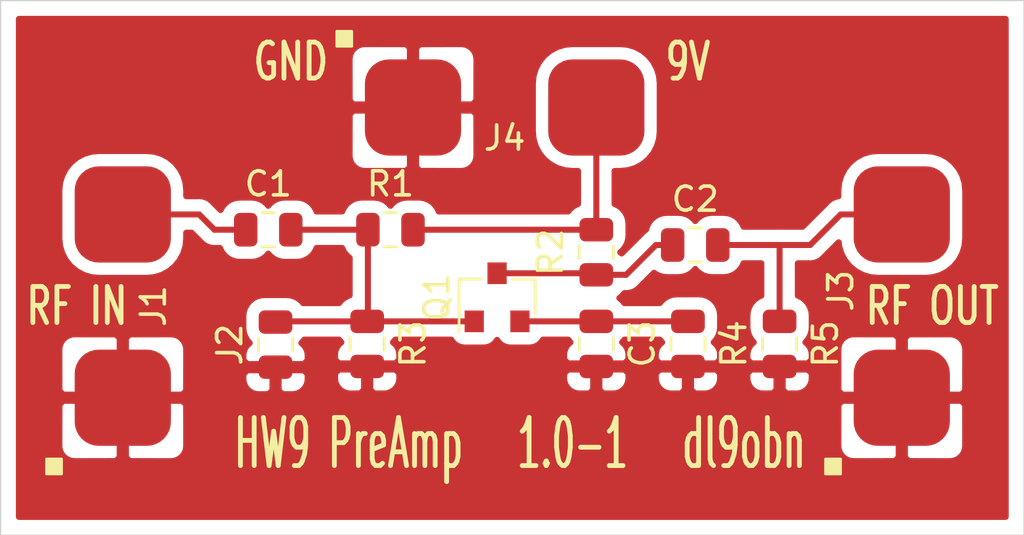
<source format=kicad_pcb>
(kicad_pcb (version 20171130) (host pcbnew 5.1.5+dfsg1-2build2)

  (general
    (thickness 1.6)
    (drawings 9)
    (tracks 24)
    (zones 0)
    (modules 13)
    (nets 8)
  )

  (page A4)
  (layers
    (0 F.Cu signal)
    (31 B.Cu signal)
    (32 B.Adhes user)
    (33 F.Adhes user)
    (34 B.Paste user)
    (35 F.Paste user)
    (36 B.SilkS user)
    (37 F.SilkS user)
    (38 B.Mask user)
    (39 F.Mask user)
    (40 Dwgs.User user)
    (41 Cmts.User user)
    (42 Eco1.User user)
    (43 Eco2.User user)
    (44 Edge.Cuts user)
    (45 Margin user)
    (46 B.CrtYd user)
    (47 F.CrtYd user)
    (48 B.Fab user)
    (49 F.Fab user)
  )

  (setup
    (last_trace_width 0.25)
    (trace_clearance 0.2)
    (zone_clearance 0.508)
    (zone_45_only no)
    (trace_min 0.2)
    (via_size 0.8)
    (via_drill 0.4)
    (via_min_size 0.4)
    (via_min_drill 0.3)
    (uvia_size 0.3)
    (uvia_drill 0.1)
    (uvias_allowed no)
    (uvia_min_size 0.2)
    (uvia_min_drill 0.1)
    (edge_width 0.05)
    (segment_width 0.2)
    (pcb_text_width 0.3)
    (pcb_text_size 1.5 1.5)
    (mod_edge_width 0.12)
    (mod_text_size 1 1)
    (mod_text_width 0.15)
    (pad_size 1.524 1.524)
    (pad_drill 0.762)
    (pad_to_mask_clearance 0.051)
    (solder_mask_min_width 0.25)
    (aux_axis_origin 0 0)
    (visible_elements FFFFFF7F)
    (pcbplotparams
      (layerselection 0x010fc_ffffffff)
      (usegerberextensions false)
      (usegerberattributes false)
      (usegerberadvancedattributes false)
      (creategerberjobfile false)
      (excludeedgelayer true)
      (linewidth 0.100000)
      (plotframeref false)
      (viasonmask false)
      (mode 1)
      (useauxorigin false)
      (hpglpennumber 1)
      (hpglpenspeed 20)
      (hpglpendiameter 15.000000)
      (psnegative false)
      (psa4output false)
      (plotreference true)
      (plotvalue true)
      (plotinvisibletext false)
      (padsonsilk false)
      (subtractmaskfromsilk false)
      (outputformat 1)
      (mirror false)
      (drillshape 1)
      (scaleselection 1)
      (outputdirectory ""))
  )

  (net 0 "")
  (net 1 "Net-(C1-Pad1)")
  (net 2 "Net-(C1-Pad2)")
  (net 3 "Net-(C2-Pad2)")
  (net 4 "Net-(C2-Pad1)")
  (net 5 "Net-(C3-Pad1)")
  (net 6 GND)
  (net 7 +9V)

  (net_class Default "Dies ist die voreingestellte Netzklasse."
    (clearance 0.2)
    (trace_width 0.25)
    (via_dia 0.8)
    (via_drill 0.4)
    (uvia_dia 0.3)
    (uvia_drill 0.1)
    (add_net +9V)
    (add_net GND)
    (add_net "Net-(C1-Pad1)")
    (add_net "Net-(C1-Pad2)")
    (add_net "Net-(C2-Pad1)")
    (add_net "Net-(C2-Pad2)")
    (add_net "Net-(C3-Pad1)")
  )

  (module Resistor_SMD:R_0805_2012Metric (layer F.Cu) (tedit 5B36C52B) (tstamp 6032D36D)
    (at 149.225 79.7075 90)
    (descr "Resistor SMD 0805 (2012 Metric), square (rectangular) end terminal, IPC_7351 nominal, (Body size source: https://docs.google.com/spreadsheets/d/1BsfQQcO9C6DZCsRaXUlFlo91Tg2WpOkGARC1WS5S8t0/edit?usp=sharing), generated with kicad-footprint-generator")
    (tags resistor)
    (path /6032D944)
    (attr smd)
    (fp_text reference J2 (at 0 -1.905 90) (layer F.SilkS)
      (effects (font (size 1 1) (thickness 0.15)))
    )
    (fp_text value "OPT TRIM" (at 0 1.65 90) (layer F.Fab)
      (effects (font (size 1 1) (thickness 0.15)))
    )
    (fp_text user %R (at 0 0 90) (layer F.Fab)
      (effects (font (size 0.5 0.5) (thickness 0.08)))
    )
    (fp_line (start 1.68 0.95) (end -1.68 0.95) (layer F.CrtYd) (width 0.05))
    (fp_line (start 1.68 -0.95) (end 1.68 0.95) (layer F.CrtYd) (width 0.05))
    (fp_line (start -1.68 -0.95) (end 1.68 -0.95) (layer F.CrtYd) (width 0.05))
    (fp_line (start -1.68 0.95) (end -1.68 -0.95) (layer F.CrtYd) (width 0.05))
    (fp_line (start -0.258578 0.71) (end 0.258578 0.71) (layer F.SilkS) (width 0.12))
    (fp_line (start -0.258578 -0.71) (end 0.258578 -0.71) (layer F.SilkS) (width 0.12))
    (fp_line (start 1 0.6) (end -1 0.6) (layer F.Fab) (width 0.1))
    (fp_line (start 1 -0.6) (end 1 0.6) (layer F.Fab) (width 0.1))
    (fp_line (start -1 -0.6) (end 1 -0.6) (layer F.Fab) (width 0.1))
    (fp_line (start -1 0.6) (end -1 -0.6) (layer F.Fab) (width 0.1))
    (pad 2 smd roundrect (at 0.9375 0 90) (size 0.975 1.4) (layers F.Cu F.Paste F.Mask) (roundrect_rratio 0.25)
      (net 1 "Net-(C1-Pad1)"))
    (pad 1 smd roundrect (at -0.9375 0 90) (size 0.975 1.4) (layers F.Cu F.Paste F.Mask) (roundrect_rratio 0.25)
      (net 6 GND))
    (model ${KISYS3DMOD}/Resistor_SMD.3dshapes/R_0805_2012Metric.wrl
      (at (xyz 0 0 0))
      (scale (xyz 1 1 1))
      (rotate (xyz 0 0 0))
    )
  )

  (module hw9_preamp:Wire_Connector_SMD_01x02 (layer F.Cu) (tedit 60329D3A) (tstamp 6032D383)
    (at 158.75 69.85)
    (descr "SMD Wire Connector 01x02")
    (tags "wire connector smd")
    (path /603293B2)
    (attr smd)
    (fp_text reference J4 (at 0 1.27) (layer F.SilkS)
      (effects (font (size 1 1) (thickness 0.15)))
    )
    (fp_text value POWER (at 0 3.175) (layer F.Fab)
      (effects (font (size 1 1) (thickness 0.15)))
    )
    (fp_line (start -5.715 1.905) (end -5.715 -1.905) (layer F.Fab) (width 0.12))
    (fp_line (start 5.715 1.905) (end -5.715 1.905) (layer F.Fab) (width 0.12))
    (fp_line (start 5.715 -1.905) (end 5.715 1.905) (layer F.Fab) (width 0.12))
    (fp_line (start -5.715 -1.905) (end 5.715 -1.905) (layer F.Fab) (width 0.12))
    (fp_line (start -6.35 2.54) (end -6.35 -2.54) (layer F.CrtYd) (width 0.12))
    (fp_line (start 6.35 2.54) (end -6.35 2.54) (layer F.CrtYd) (width 0.12))
    (fp_line (start 6.35 -2.54) (end 6.35 2.54) (layer F.CrtYd) (width 0.12))
    (fp_line (start -6.35 -2.54) (end 6.35 -2.54) (layer F.CrtYd) (width 0.12))
    (fp_poly (pts (xy -6.35 -2.54) (xy -6.985 -2.54) (xy -6.985 -3.175) (xy -6.35 -3.175)) (layer F.SilkS) (width 0.1))
    (fp_text user %R (at 0 0) (layer F.Fab)
      (effects (font (size 0.5 0.5) (thickness 0.08)))
    )
    (pad 1 smd roundrect (at -3.81 0) (size 4 4) (layers F.Cu F.Paste F.Mask) (roundrect_rratio 0.25)
      (net 6 GND))
    (pad 2 smd roundrect (at 3.81 0) (size 4 4) (layers F.Cu F.Paste F.Mask) (roundrect_rratio 0.25)
      (net 7 +9V))
    (model ${KISYS3DMOD}/Resistor_SMD.3dshapes/R_0805_2012Metric.wrl
      (at (xyz 0 0 0))
      (scale (xyz 1 1 1))
      (rotate (xyz 0 0 0))
    )
  )

  (module hw9_preamp:Wire_Connector_SMD_01x02 (layer F.Cu) (tedit 60329D3A) (tstamp 6032D378)
    (at 175.26 78.105 90)
    (descr "SMD Wire Connector 01x02")
    (tags "wire connector smd")
    (path /60328669)
    (attr smd)
    (fp_text reference J3 (at 0.635 -2.54 90) (layer F.SilkS)
      (effects (font (size 1 1) (thickness 0.15)))
    )
    (fp_text value "RF OUT" (at 0 3.175 90) (layer F.Fab)
      (effects (font (size 1 1) (thickness 0.15)))
    )
    (fp_line (start -5.715 1.905) (end -5.715 -1.905) (layer F.Fab) (width 0.12))
    (fp_line (start 5.715 1.905) (end -5.715 1.905) (layer F.Fab) (width 0.12))
    (fp_line (start 5.715 -1.905) (end 5.715 1.905) (layer F.Fab) (width 0.12))
    (fp_line (start -5.715 -1.905) (end 5.715 -1.905) (layer F.Fab) (width 0.12))
    (fp_line (start -6.35 2.54) (end -6.35 -2.54) (layer F.CrtYd) (width 0.12))
    (fp_line (start 6.35 2.54) (end -6.35 2.54) (layer F.CrtYd) (width 0.12))
    (fp_line (start 6.35 -2.54) (end 6.35 2.54) (layer F.CrtYd) (width 0.12))
    (fp_line (start -6.35 -2.54) (end 6.35 -2.54) (layer F.CrtYd) (width 0.12))
    (fp_poly (pts (xy -6.35 -2.54) (xy -6.985 -2.54) (xy -6.985 -3.175) (xy -6.35 -3.175)) (layer F.SilkS) (width 0.1))
    (fp_text user %R (at 0 0 90) (layer F.Fab)
      (effects (font (size 0.5 0.5) (thickness 0.08)))
    )
    (pad 1 smd roundrect (at -3.81 0 90) (size 4 4) (layers F.Cu F.Paste F.Mask) (roundrect_rratio 0.25)
      (net 6 GND))
    (pad 2 smd roundrect (at 3.81 0 90) (size 4 4) (layers F.Cu F.Paste F.Mask) (roundrect_rratio 0.25)
      (net 4 "Net-(C2-Pad1)"))
    (model ${KISYS3DMOD}/Resistor_SMD.3dshapes/R_0805_2012Metric.wrl
      (at (xyz 0 0 0))
      (scale (xyz 1 1 1))
      (rotate (xyz 0 0 0))
    )
  )

  (module hw9_preamp:Wire_Connector_SMD_01x02 (layer F.Cu) (tedit 60329D3A) (tstamp 6032D362)
    (at 142.875 78.105 90)
    (descr "SMD Wire Connector 01x02")
    (tags "wire connector smd")
    (path /60328E7B)
    (attr smd)
    (fp_text reference J1 (at 0 1.27 90) (layer F.SilkS)
      (effects (font (size 1 1) (thickness 0.15)))
    )
    (fp_text value "RF IN" (at 0 3.175 90) (layer F.Fab)
      (effects (font (size 1 1) (thickness 0.15)))
    )
    (fp_line (start -5.715 1.905) (end -5.715 -1.905) (layer F.Fab) (width 0.12))
    (fp_line (start 5.715 1.905) (end -5.715 1.905) (layer F.Fab) (width 0.12))
    (fp_line (start 5.715 -1.905) (end 5.715 1.905) (layer F.Fab) (width 0.12))
    (fp_line (start -5.715 -1.905) (end 5.715 -1.905) (layer F.Fab) (width 0.12))
    (fp_line (start -6.35 2.54) (end -6.35 -2.54) (layer F.CrtYd) (width 0.12))
    (fp_line (start 6.35 2.54) (end -6.35 2.54) (layer F.CrtYd) (width 0.12))
    (fp_line (start 6.35 -2.54) (end 6.35 2.54) (layer F.CrtYd) (width 0.12))
    (fp_line (start -6.35 -2.54) (end 6.35 -2.54) (layer F.CrtYd) (width 0.12))
    (fp_poly (pts (xy -6.35 -2.54) (xy -6.985 -2.54) (xy -6.985 -3.175) (xy -6.35 -3.175)) (layer F.SilkS) (width 0.1))
    (fp_text user %R (at 0 0 90) (layer F.Fab)
      (effects (font (size 0.5 0.5) (thickness 0.08)))
    )
    (pad 1 smd roundrect (at -3.81 0 90) (size 4 4) (layers F.Cu F.Paste F.Mask) (roundrect_rratio 0.25)
      (net 6 GND))
    (pad 2 smd roundrect (at 3.81 0 90) (size 4 4) (layers F.Cu F.Paste F.Mask) (roundrect_rratio 0.25)
      (net 2 "Net-(C1-Pad2)"))
    (model ${KISYS3DMOD}/Resistor_SMD.3dshapes/R_0805_2012Metric.wrl
      (at (xyz 0 0 0))
      (scale (xyz 1 1 1))
      (rotate (xyz 0 0 0))
    )
  )

  (module Capacitor_SMD:C_0805_2012Metric (layer F.Cu) (tedit 5B36C52B) (tstamp 6032E9FB)
    (at 148.9225 74.93 180)
    (descr "Capacitor SMD 0805 (2012 Metric), square (rectangular) end terminal, IPC_7351 nominal, (Body size source: https://docs.google.com/spreadsheets/d/1BsfQQcO9C6DZCsRaXUlFlo91Tg2WpOkGARC1WS5S8t0/edit?usp=sharing), generated with kicad-footprint-generator")
    (tags capacitor)
    (path /6031AF89)
    (attr smd)
    (fp_text reference C1 (at 0 1.905) (layer F.SilkS)
      (effects (font (size 1 1) (thickness 0.15)))
    )
    (fp_text value 10nF (at 0 1.65) (layer F.Fab)
      (effects (font (size 1 1) (thickness 0.15)))
    )
    (fp_line (start -1 0.6) (end -1 -0.6) (layer F.Fab) (width 0.1))
    (fp_line (start -1 -0.6) (end 1 -0.6) (layer F.Fab) (width 0.1))
    (fp_line (start 1 -0.6) (end 1 0.6) (layer F.Fab) (width 0.1))
    (fp_line (start 1 0.6) (end -1 0.6) (layer F.Fab) (width 0.1))
    (fp_line (start -0.258578 -0.71) (end 0.258578 -0.71) (layer F.SilkS) (width 0.12))
    (fp_line (start -0.258578 0.71) (end 0.258578 0.71) (layer F.SilkS) (width 0.12))
    (fp_line (start -1.68 0.95) (end -1.68 -0.95) (layer F.CrtYd) (width 0.05))
    (fp_line (start -1.68 -0.95) (end 1.68 -0.95) (layer F.CrtYd) (width 0.05))
    (fp_line (start 1.68 -0.95) (end 1.68 0.95) (layer F.CrtYd) (width 0.05))
    (fp_line (start 1.68 0.95) (end -1.68 0.95) (layer F.CrtYd) (width 0.05))
    (fp_text user %R (at 0 0) (layer F.Fab)
      (effects (font (size 0.5 0.5) (thickness 0.08)))
    )
    (pad 1 smd roundrect (at -0.9375 0 180) (size 0.975 1.4) (layers F.Cu F.Paste F.Mask) (roundrect_rratio 0.25)
      (net 1 "Net-(C1-Pad1)"))
    (pad 2 smd roundrect (at 0.9375 0 180) (size 0.975 1.4) (layers F.Cu F.Paste F.Mask) (roundrect_rratio 0.25)
      (net 2 "Net-(C1-Pad2)"))
    (model ${KISYS3DMOD}/Capacitor_SMD.3dshapes/C_0805_2012Metric.wrl
      (at (xyz 0 0 0))
      (scale (xyz 1 1 1))
      (rotate (xyz 0 0 0))
    )
  )

  (module Capacitor_SMD:C_0805_2012Metric (layer F.Cu) (tedit 5B36C52B) (tstamp 6032E7E5)
    (at 166.6725 75.565 180)
    (descr "Capacitor SMD 0805 (2012 Metric), square (rectangular) end terminal, IPC_7351 nominal, (Body size source: https://docs.google.com/spreadsheets/d/1BsfQQcO9C6DZCsRaXUlFlo91Tg2WpOkGARC1WS5S8t0/edit?usp=sharing), generated with kicad-footprint-generator")
    (tags capacitor)
    (path /6031AA9C)
    (attr smd)
    (fp_text reference C2 (at 0 1.905) (layer F.SilkS)
      (effects (font (size 1 1) (thickness 0.15)))
    )
    (fp_text value 10nF (at 0 1.65) (layer F.Fab)
      (effects (font (size 1 1) (thickness 0.15)))
    )
    (fp_text user %R (at 0 0) (layer F.Fab)
      (effects (font (size 0.5 0.5) (thickness 0.08)))
    )
    (fp_line (start 1.68 0.95) (end -1.68 0.95) (layer F.CrtYd) (width 0.05))
    (fp_line (start 1.68 -0.95) (end 1.68 0.95) (layer F.CrtYd) (width 0.05))
    (fp_line (start -1.68 -0.95) (end 1.68 -0.95) (layer F.CrtYd) (width 0.05))
    (fp_line (start -1.68 0.95) (end -1.68 -0.95) (layer F.CrtYd) (width 0.05))
    (fp_line (start -0.258578 0.71) (end 0.258578 0.71) (layer F.SilkS) (width 0.12))
    (fp_line (start -0.258578 -0.71) (end 0.258578 -0.71) (layer F.SilkS) (width 0.12))
    (fp_line (start 1 0.6) (end -1 0.6) (layer F.Fab) (width 0.1))
    (fp_line (start 1 -0.6) (end 1 0.6) (layer F.Fab) (width 0.1))
    (fp_line (start -1 -0.6) (end 1 -0.6) (layer F.Fab) (width 0.1))
    (fp_line (start -1 0.6) (end -1 -0.6) (layer F.Fab) (width 0.1))
    (pad 2 smd roundrect (at 0.9375 0 180) (size 0.975 1.4) (layers F.Cu F.Paste F.Mask) (roundrect_rratio 0.25)
      (net 3 "Net-(C2-Pad2)"))
    (pad 1 smd roundrect (at -0.9375 0 180) (size 0.975 1.4) (layers F.Cu F.Paste F.Mask) (roundrect_rratio 0.25)
      (net 4 "Net-(C2-Pad1)"))
    (model ${KISYS3DMOD}/Capacitor_SMD.3dshapes/C_0805_2012Metric.wrl
      (at (xyz 0 0 0))
      (scale (xyz 1 1 1))
      (rotate (xyz 0 0 0))
    )
  )

  (module Capacitor_SMD:C_0805_2012Metric (layer F.Cu) (tedit 5B36C52B) (tstamp 6032D357)
    (at 162.56 79.6775 270)
    (descr "Capacitor SMD 0805 (2012 Metric), square (rectangular) end terminal, IPC_7351 nominal, (Body size source: https://docs.google.com/spreadsheets/d/1BsfQQcO9C6DZCsRaXUlFlo91Tg2WpOkGARC1WS5S8t0/edit?usp=sharing), generated with kicad-footprint-generator")
    (tags capacitor)
    (path /6031A75E)
    (attr smd)
    (fp_text reference C3 (at 0 -1.905 90) (layer F.SilkS)
      (effects (font (size 1 1) (thickness 0.15)))
    )
    (fp_text value 10nF (at 0 1.65 90) (layer F.Fab)
      (effects (font (size 1 1) (thickness 0.15)))
    )
    (fp_line (start -1 0.6) (end -1 -0.6) (layer F.Fab) (width 0.1))
    (fp_line (start -1 -0.6) (end 1 -0.6) (layer F.Fab) (width 0.1))
    (fp_line (start 1 -0.6) (end 1 0.6) (layer F.Fab) (width 0.1))
    (fp_line (start 1 0.6) (end -1 0.6) (layer F.Fab) (width 0.1))
    (fp_line (start -0.258578 -0.71) (end 0.258578 -0.71) (layer F.SilkS) (width 0.12))
    (fp_line (start -0.258578 0.71) (end 0.258578 0.71) (layer F.SilkS) (width 0.12))
    (fp_line (start -1.68 0.95) (end -1.68 -0.95) (layer F.CrtYd) (width 0.05))
    (fp_line (start -1.68 -0.95) (end 1.68 -0.95) (layer F.CrtYd) (width 0.05))
    (fp_line (start 1.68 -0.95) (end 1.68 0.95) (layer F.CrtYd) (width 0.05))
    (fp_line (start 1.68 0.95) (end -1.68 0.95) (layer F.CrtYd) (width 0.05))
    (fp_text user %R (at 0 0 90) (layer F.Fab)
      (effects (font (size 0.5 0.5) (thickness 0.08)))
    )
    (pad 1 smd roundrect (at -0.9375 0 270) (size 0.975 1.4) (layers F.Cu F.Paste F.Mask) (roundrect_rratio 0.25)
      (net 5 "Net-(C3-Pad1)"))
    (pad 2 smd roundrect (at 0.9375 0 270) (size 0.975 1.4) (layers F.Cu F.Paste F.Mask) (roundrect_rratio 0.25)
      (net 6 GND))
    (model ${KISYS3DMOD}/Capacitor_SMD.3dshapes/C_0805_2012Metric.wrl
      (at (xyz 0 0 0))
      (scale (xyz 1 1 1))
      (rotate (xyz 0 0 0))
    )
  )

  (module Package_TO_SOT_SMD:SOT-23 (layer F.Cu) (tedit 5A02FF57) (tstamp 6032E948)
    (at 158.435 77.74 90)
    (descr "SOT-23, Standard")
    (tags SOT-23)
    (path /60318E1A)
    (attr smd)
    (fp_text reference Q1 (at 0 -2.5 90) (layer F.SilkS)
      (effects (font (size 1 1) (thickness 0.15)))
    )
    (fp_text value BFR93A (at 0 2.5 90) (layer F.Fab)
      (effects (font (size 1 1) (thickness 0.15)))
    )
    (fp_text user %R (at 0 0) (layer F.Fab)
      (effects (font (size 0.5 0.5) (thickness 0.075)))
    )
    (fp_line (start -0.7 -0.95) (end -0.7 1.5) (layer F.Fab) (width 0.1))
    (fp_line (start -0.15 -1.52) (end 0.7 -1.52) (layer F.Fab) (width 0.1))
    (fp_line (start -0.7 -0.95) (end -0.15 -1.52) (layer F.Fab) (width 0.1))
    (fp_line (start 0.7 -1.52) (end 0.7 1.52) (layer F.Fab) (width 0.1))
    (fp_line (start -0.7 1.52) (end 0.7 1.52) (layer F.Fab) (width 0.1))
    (fp_line (start 0.76 1.58) (end 0.76 0.65) (layer F.SilkS) (width 0.12))
    (fp_line (start 0.76 -1.58) (end 0.76 -0.65) (layer F.SilkS) (width 0.12))
    (fp_line (start -1.7 -1.75) (end 1.7 -1.75) (layer F.CrtYd) (width 0.05))
    (fp_line (start 1.7 -1.75) (end 1.7 1.75) (layer F.CrtYd) (width 0.05))
    (fp_line (start 1.7 1.75) (end -1.7 1.75) (layer F.CrtYd) (width 0.05))
    (fp_line (start -1.7 1.75) (end -1.7 -1.75) (layer F.CrtYd) (width 0.05))
    (fp_line (start 0.76 -1.58) (end -1.4 -1.58) (layer F.SilkS) (width 0.12))
    (fp_line (start 0.76 1.58) (end -0.7 1.58) (layer F.SilkS) (width 0.12))
    (pad 1 smd rect (at -1 -0.95 90) (size 0.9 0.8) (layers F.Cu F.Paste F.Mask)
      (net 1 "Net-(C1-Pad1)"))
    (pad 2 smd rect (at -1 0.95 90) (size 0.9 0.8) (layers F.Cu F.Paste F.Mask)
      (net 5 "Net-(C3-Pad1)"))
    (pad 3 smd rect (at 1 0 90) (size 0.9 0.8) (layers F.Cu F.Paste F.Mask)
      (net 3 "Net-(C2-Pad2)"))
    (model ${KISYS3DMOD}/Package_TO_SOT_SMD.3dshapes/SOT-23.wrl
      (at (xyz 0 0 0))
      (scale (xyz 1 1 1))
      (rotate (xyz 0 0 0))
    )
  )

  (module Resistor_SMD:R_0805_2012Metric (layer F.Cu) (tedit 5B36C52B) (tstamp 6032F1AD)
    (at 154.0025 74.93 180)
    (descr "Resistor SMD 0805 (2012 Metric), square (rectangular) end terminal, IPC_7351 nominal, (Body size source: https://docs.google.com/spreadsheets/d/1BsfQQcO9C6DZCsRaXUlFlo91Tg2WpOkGARC1WS5S8t0/edit?usp=sharing), generated with kicad-footprint-generator")
    (tags resistor)
    (path /60319C57)
    (attr smd)
    (fp_text reference R1 (at 0 1.905) (layer F.SilkS)
      (effects (font (size 1 1) (thickness 0.15)))
    )
    (fp_text value 100k (at 0 1.65) (layer F.Fab)
      (effects (font (size 1 1) (thickness 0.15)))
    )
    (fp_line (start -1 0.6) (end -1 -0.6) (layer F.Fab) (width 0.1))
    (fp_line (start -1 -0.6) (end 1 -0.6) (layer F.Fab) (width 0.1))
    (fp_line (start 1 -0.6) (end 1 0.6) (layer F.Fab) (width 0.1))
    (fp_line (start 1 0.6) (end -1 0.6) (layer F.Fab) (width 0.1))
    (fp_line (start -0.258578 -0.71) (end 0.258578 -0.71) (layer F.SilkS) (width 0.12))
    (fp_line (start -0.258578 0.71) (end 0.258578 0.71) (layer F.SilkS) (width 0.12))
    (fp_line (start -1.68 0.95) (end -1.68 -0.95) (layer F.CrtYd) (width 0.05))
    (fp_line (start -1.68 -0.95) (end 1.68 -0.95) (layer F.CrtYd) (width 0.05))
    (fp_line (start 1.68 -0.95) (end 1.68 0.95) (layer F.CrtYd) (width 0.05))
    (fp_line (start 1.68 0.95) (end -1.68 0.95) (layer F.CrtYd) (width 0.05))
    (fp_text user %R (at 0 0) (layer F.Fab)
      (effects (font (size 0.5 0.5) (thickness 0.08)))
    )
    (pad 1 smd roundrect (at -0.9375 0 180) (size 0.975 1.4) (layers F.Cu F.Paste F.Mask) (roundrect_rratio 0.25)
      (net 7 +9V))
    (pad 2 smd roundrect (at 0.9375 0 180) (size 0.975 1.4) (layers F.Cu F.Paste F.Mask) (roundrect_rratio 0.25)
      (net 1 "Net-(C1-Pad1)"))
    (model ${KISYS3DMOD}/Resistor_SMD.3dshapes/R_0805_2012Metric.wrl
      (at (xyz 0 0 0))
      (scale (xyz 1 1 1))
      (rotate (xyz 0 0 0))
    )
  )

  (module Resistor_SMD:R_0805_2012Metric (layer F.Cu) (tedit 5B36C52B) (tstamp 6032F2FE)
    (at 162.56 75.8675 270)
    (descr "Resistor SMD 0805 (2012 Metric), square (rectangular) end terminal, IPC_7351 nominal, (Body size source: https://docs.google.com/spreadsheets/d/1BsfQQcO9C6DZCsRaXUlFlo91Tg2WpOkGARC1WS5S8t0/edit?usp=sharing), generated with kicad-footprint-generator")
    (tags resistor)
    (path /60319464)
    (attr smd)
    (fp_text reference R2 (at 0 1.905 90) (layer F.SilkS)
      (effects (font (size 1 1) (thickness 0.15)))
    )
    (fp_text value 4.7k (at 0 1.65 90) (layer F.Fab)
      (effects (font (size 1 1) (thickness 0.15)))
    )
    (fp_line (start -1 0.6) (end -1 -0.6) (layer F.Fab) (width 0.1))
    (fp_line (start -1 -0.6) (end 1 -0.6) (layer F.Fab) (width 0.1))
    (fp_line (start 1 -0.6) (end 1 0.6) (layer F.Fab) (width 0.1))
    (fp_line (start 1 0.6) (end -1 0.6) (layer F.Fab) (width 0.1))
    (fp_line (start -0.258578 -0.71) (end 0.258578 -0.71) (layer F.SilkS) (width 0.12))
    (fp_line (start -0.258578 0.71) (end 0.258578 0.71) (layer F.SilkS) (width 0.12))
    (fp_line (start -1.68 0.95) (end -1.68 -0.95) (layer F.CrtYd) (width 0.05))
    (fp_line (start -1.68 -0.95) (end 1.68 -0.95) (layer F.CrtYd) (width 0.05))
    (fp_line (start 1.68 -0.95) (end 1.68 0.95) (layer F.CrtYd) (width 0.05))
    (fp_line (start 1.68 0.95) (end -1.68 0.95) (layer F.CrtYd) (width 0.05))
    (fp_text user %R (at 0 0 90) (layer F.Fab)
      (effects (font (size 0.5 0.5) (thickness 0.08)))
    )
    (pad 1 smd roundrect (at -0.9375 0 270) (size 0.975 1.4) (layers F.Cu F.Paste F.Mask) (roundrect_rratio 0.25)
      (net 7 +9V))
    (pad 2 smd roundrect (at 0.9375 0 270) (size 0.975 1.4) (layers F.Cu F.Paste F.Mask) (roundrect_rratio 0.25)
      (net 3 "Net-(C2-Pad2)"))
    (model ${KISYS3DMOD}/Resistor_SMD.3dshapes/R_0805_2012Metric.wrl
      (at (xyz 0 0 0))
      (scale (xyz 1 1 1))
      (rotate (xyz 0 0 0))
    )
  )

  (module Resistor_SMD:R_0805_2012Metric (layer F.Cu) (tedit 5B36C52B) (tstamp 6032EC83)
    (at 153.035 79.6775 270)
    (descr "Resistor SMD 0805 (2012 Metric), square (rectangular) end terminal, IPC_7351 nominal, (Body size source: https://docs.google.com/spreadsheets/d/1BsfQQcO9C6DZCsRaXUlFlo91Tg2WpOkGARC1WS5S8t0/edit?usp=sharing), generated with kicad-footprint-generator")
    (tags resistor)
    (path /6031A362)
    (attr smd)
    (fp_text reference R3 (at 0 -1.905 90) (layer F.SilkS)
      (effects (font (size 1 1) (thickness 0.15)))
    )
    (fp_text value 33k (at 0 1.65 90) (layer F.Fab)
      (effects (font (size 1 1) (thickness 0.15)))
    )
    (fp_text user %R (at 0 0 90) (layer F.Fab)
      (effects (font (size 0.5 0.5) (thickness 0.08)))
    )
    (fp_line (start 1.68 0.95) (end -1.68 0.95) (layer F.CrtYd) (width 0.05))
    (fp_line (start 1.68 -0.95) (end 1.68 0.95) (layer F.CrtYd) (width 0.05))
    (fp_line (start -1.68 -0.95) (end 1.68 -0.95) (layer F.CrtYd) (width 0.05))
    (fp_line (start -1.68 0.95) (end -1.68 -0.95) (layer F.CrtYd) (width 0.05))
    (fp_line (start -0.258578 0.71) (end 0.258578 0.71) (layer F.SilkS) (width 0.12))
    (fp_line (start -0.258578 -0.71) (end 0.258578 -0.71) (layer F.SilkS) (width 0.12))
    (fp_line (start 1 0.6) (end -1 0.6) (layer F.Fab) (width 0.1))
    (fp_line (start 1 -0.6) (end 1 0.6) (layer F.Fab) (width 0.1))
    (fp_line (start -1 -0.6) (end 1 -0.6) (layer F.Fab) (width 0.1))
    (fp_line (start -1 0.6) (end -1 -0.6) (layer F.Fab) (width 0.1))
    (pad 2 smd roundrect (at 0.9375 0 270) (size 0.975 1.4) (layers F.Cu F.Paste F.Mask) (roundrect_rratio 0.25)
      (net 6 GND))
    (pad 1 smd roundrect (at -0.9375 0 270) (size 0.975 1.4) (layers F.Cu F.Paste F.Mask) (roundrect_rratio 0.25)
      (net 1 "Net-(C1-Pad1)"))
    (model ${KISYS3DMOD}/Resistor_SMD.3dshapes/R_0805_2012Metric.wrl
      (at (xyz 0 0 0))
      (scale (xyz 1 1 1))
      (rotate (xyz 0 0 0))
    )
  )

  (module Resistor_SMD:R_0805_2012Metric (layer F.Cu) (tedit 5B36C52B) (tstamp 6032EAEE)
    (at 166.37 79.6775 270)
    (descr "Resistor SMD 0805 (2012 Metric), square (rectangular) end terminal, IPC_7351 nominal, (Body size source: https://docs.google.com/spreadsheets/d/1BsfQQcO9C6DZCsRaXUlFlo91Tg2WpOkGARC1WS5S8t0/edit?usp=sharing), generated with kicad-footprint-generator")
    (tags resistor)
    (path /603198C6)
    (attr smd)
    (fp_text reference R4 (at 0 -1.905 90) (layer F.SilkS)
      (effects (font (size 1 1) (thickness 0.15)))
    )
    (fp_text value 1k (at 0 1.65 90) (layer F.Fab)
      (effects (font (size 1 1) (thickness 0.15)))
    )
    (fp_text user %R (at 0 0 90) (layer F.Fab)
      (effects (font (size 0.5 0.5) (thickness 0.08)))
    )
    (fp_line (start 1.68 0.95) (end -1.68 0.95) (layer F.CrtYd) (width 0.05))
    (fp_line (start 1.68 -0.95) (end 1.68 0.95) (layer F.CrtYd) (width 0.05))
    (fp_line (start -1.68 -0.95) (end 1.68 -0.95) (layer F.CrtYd) (width 0.05))
    (fp_line (start -1.68 0.95) (end -1.68 -0.95) (layer F.CrtYd) (width 0.05))
    (fp_line (start -0.258578 0.71) (end 0.258578 0.71) (layer F.SilkS) (width 0.12))
    (fp_line (start -0.258578 -0.71) (end 0.258578 -0.71) (layer F.SilkS) (width 0.12))
    (fp_line (start 1 0.6) (end -1 0.6) (layer F.Fab) (width 0.1))
    (fp_line (start 1 -0.6) (end 1 0.6) (layer F.Fab) (width 0.1))
    (fp_line (start -1 -0.6) (end 1 -0.6) (layer F.Fab) (width 0.1))
    (fp_line (start -1 0.6) (end -1 -0.6) (layer F.Fab) (width 0.1))
    (pad 2 smd roundrect (at 0.9375 0 270) (size 0.975 1.4) (layers F.Cu F.Paste F.Mask) (roundrect_rratio 0.25)
      (net 6 GND))
    (pad 1 smd roundrect (at -0.9375 0 270) (size 0.975 1.4) (layers F.Cu F.Paste F.Mask) (roundrect_rratio 0.25)
      (net 5 "Net-(C3-Pad1)"))
    (model ${KISYS3DMOD}/Resistor_SMD.3dshapes/R_0805_2012Metric.wrl
      (at (xyz 0 0 0))
      (scale (xyz 1 1 1))
      (rotate (xyz 0 0 0))
    )
  )

  (module Resistor_SMD:R_0805_2012Metric (layer F.Cu) (tedit 5B36C52B) (tstamp 6032E54B)
    (at 170.18 79.6775 270)
    (descr "Resistor SMD 0805 (2012 Metric), square (rectangular) end terminal, IPC_7351 nominal, (Body size source: https://docs.google.com/spreadsheets/d/1BsfQQcO9C6DZCsRaXUlFlo91Tg2WpOkGARC1WS5S8t0/edit?usp=sharing), generated with kicad-footprint-generator")
    (tags resistor)
    (path /6031B71D)
    (attr smd)
    (fp_text reference R5 (at 0 -1.905 90) (layer F.SilkS)
      (effects (font (size 1 1) (thickness 0.15)))
    )
    (fp_text value 200k (at 0 1.65 90) (layer F.Fab)
      (effects (font (size 1 1) (thickness 0.15)))
    )
    (fp_line (start -1 0.6) (end -1 -0.6) (layer F.Fab) (width 0.1))
    (fp_line (start -1 -0.6) (end 1 -0.6) (layer F.Fab) (width 0.1))
    (fp_line (start 1 -0.6) (end 1 0.6) (layer F.Fab) (width 0.1))
    (fp_line (start 1 0.6) (end -1 0.6) (layer F.Fab) (width 0.1))
    (fp_line (start -0.258578 -0.71) (end 0.258578 -0.71) (layer F.SilkS) (width 0.12))
    (fp_line (start -0.258578 0.71) (end 0.258578 0.71) (layer F.SilkS) (width 0.12))
    (fp_line (start -1.68 0.95) (end -1.68 -0.95) (layer F.CrtYd) (width 0.05))
    (fp_line (start -1.68 -0.95) (end 1.68 -0.95) (layer F.CrtYd) (width 0.05))
    (fp_line (start 1.68 -0.95) (end 1.68 0.95) (layer F.CrtYd) (width 0.05))
    (fp_line (start 1.68 0.95) (end -1.68 0.95) (layer F.CrtYd) (width 0.05))
    (fp_text user %R (at 0 0 90) (layer F.Fab)
      (effects (font (size 0.5 0.5) (thickness 0.08)))
    )
    (pad 1 smd roundrect (at -0.9375 0 270) (size 0.975 1.4) (layers F.Cu F.Paste F.Mask) (roundrect_rratio 0.25)
      (net 4 "Net-(C2-Pad1)"))
    (pad 2 smd roundrect (at 0.9375 0 270) (size 0.975 1.4) (layers F.Cu F.Paste F.Mask) (roundrect_rratio 0.25)
      (net 6 GND))
    (model ${KISYS3DMOD}/Resistor_SMD.3dshapes/R_0805_2012Metric.wrl
      (at (xyz 0 0 0))
      (scale (xyz 1 1 1))
      (rotate (xyz 0 0 0))
    )
  )

  (gr_text GND (at 149.86 67.945) (layer F.SilkS)
    (effects (font (size 1.5 1) (thickness 0.2)))
  )
  (gr_text 9V (at 166.37 67.945) (layer F.SilkS)
    (effects (font (size 1.5 1) (thickness 0.2)))
  )
  (gr_text "RF OUT" (at 176.53 78.105) (layer F.SilkS)
    (effects (font (size 1.5 1) (thickness 0.2)))
  )
  (gr_text "RF IN" (at 140.97 78.105) (layer F.SilkS)
    (effects (font (size 1.5 1) (thickness 0.2)))
  )
  (gr_line (start 137.795 87.63) (end 137.795 65.405) (layer Edge.Cuts) (width 0.05) (tstamp 6032F943))
  (gr_line (start 180.34 87.63) (end 137.795 87.63) (layer Edge.Cuts) (width 0.05))
  (gr_line (start 180.34 65.405) (end 180.34 87.63) (layer Edge.Cuts) (width 0.05))
  (gr_line (start 137.795 65.405) (end 180.34 65.405) (layer Edge.Cuts) (width 0.05))
  (gr_text "HW9 PreAmp   1.0-1   dl9obn" (at 159.385 83.82) (layer F.SilkS)
    (effects (font (size 2 1) (thickness 0.2)))
  )

  (segment (start 157.485 78.74) (end 153.035 78.74) (width 0.25) (layer F.Cu) (net 1))
  (segment (start 153.065 78.71) (end 153.035 78.74) (width 0.25) (layer F.Cu) (net 1))
  (segment (start 153.065 74.93) (end 153.065 78.71) (width 0.25) (layer F.Cu) (net 1))
  (segment (start 153.065 74.93) (end 149.86 74.93) (width 0.25) (layer F.Cu) (net 1))
  (segment (start 149.255 78.74) (end 149.225 78.77) (width 0.25) (layer F.Cu) (net 1))
  (segment (start 153.035 78.74) (end 149.255 78.74) (width 0.25) (layer F.Cu) (net 1))
  (segment (start 147.985 74.93) (end 146.685 74.93) (width 0.25) (layer F.Cu) (net 2))
  (segment (start 146.685 74.93) (end 146.05 74.295) (width 0.25) (layer F.Cu) (net 2))
  (segment (start 146.05 74.295) (end 142.875 74.295) (width 0.25) (layer F.Cu) (net 2))
  (segment (start 162.495 76.74) (end 162.56 76.805) (width 0.25) (layer F.Cu) (net 3))
  (segment (start 158.435 76.74) (end 162.495 76.74) (width 0.25) (layer F.Cu) (net 3))
  (segment (start 162.56 76.805) (end 163.8 76.805) (width 0.25) (layer F.Cu) (net 3))
  (segment (start 163.8 76.805) (end 165.04 75.565) (width 0.25) (layer F.Cu) (net 3))
  (segment (start 165.04 75.565) (end 165.735 75.565) (width 0.25) (layer F.Cu) (net 3))
  (segment (start 171.45 75.565) (end 172.72 74.295) (width 0.25) (layer F.Cu) (net 4))
  (segment (start 172.72 74.295) (end 175.26 74.295) (width 0.25) (layer F.Cu) (net 4))
  (segment (start 170.18 78.74) (end 170.18 75.565) (width 0.25) (layer F.Cu) (net 4))
  (segment (start 170.18 75.565) (end 171.45 75.565) (width 0.25) (layer F.Cu) (net 4))
  (segment (start 167.61 75.565) (end 170.18 75.565) (width 0.25) (layer F.Cu) (net 4))
  (segment (start 166.37 78.74) (end 162.56 78.74) (width 0.25) (layer F.Cu) (net 5))
  (segment (start 159.385 78.74) (end 162.56 78.74) (width 0.25) (layer F.Cu) (net 5))
  (segment (start 162.56 71.85) (end 162.56 74.93) (width 0.25) (layer F.Cu) (net 7))
  (segment (start 162.56 69.85) (end 162.56 71.85) (width 0.25) (layer F.Cu) (net 7))
  (segment (start 162.56 74.93) (end 154.94 74.93) (width 0.25) (layer F.Cu) (net 7))

  (zone (net 6) (net_name GND) (layer F.Cu) (tstamp 6032F81D) (hatch edge 0.508)
    (connect_pads (clearance 0.508))
    (min_thickness 0.254)
    (fill yes (arc_segments 32) (thermal_gap 0.508) (thermal_bridge_width 0.508))
    (polygon
      (pts
        (xy 179.705 86.995) (xy 138.43 86.995) (xy 138.43 66.04) (xy 179.705 66.04)
      )
    )
    (filled_polygon
      (pts
        (xy 179.578 86.868) (xy 138.557 86.868) (xy 138.557 83.915) (xy 140.236928 83.915) (xy 140.249188 84.039482)
        (xy 140.285498 84.15918) (xy 140.344463 84.269494) (xy 140.423815 84.366185) (xy 140.520506 84.445537) (xy 140.63082 84.504502)
        (xy 140.750518 84.540812) (xy 140.875 84.553072) (xy 142.58925 84.55) (xy 142.748 84.39125) (xy 142.748 82.042)
        (xy 143.002 82.042) (xy 143.002 84.39125) (xy 143.16075 84.55) (xy 144.875 84.553072) (xy 144.999482 84.540812)
        (xy 145.11918 84.504502) (xy 145.229494 84.445537) (xy 145.326185 84.366185) (xy 145.405537 84.269494) (xy 145.464502 84.15918)
        (xy 145.500812 84.039482) (xy 145.513072 83.915) (xy 172.621928 83.915) (xy 172.634188 84.039482) (xy 172.670498 84.15918)
        (xy 172.729463 84.269494) (xy 172.808815 84.366185) (xy 172.905506 84.445537) (xy 173.01582 84.504502) (xy 173.135518 84.540812)
        (xy 173.26 84.553072) (xy 174.97425 84.55) (xy 175.133 84.39125) (xy 175.133 82.042) (xy 175.387 82.042)
        (xy 175.387 84.39125) (xy 175.54575 84.55) (xy 177.26 84.553072) (xy 177.384482 84.540812) (xy 177.50418 84.504502)
        (xy 177.614494 84.445537) (xy 177.711185 84.366185) (xy 177.790537 84.269494) (xy 177.849502 84.15918) (xy 177.885812 84.039482)
        (xy 177.898072 83.915) (xy 177.895 82.20075) (xy 177.73625 82.042) (xy 175.387 82.042) (xy 175.133 82.042)
        (xy 172.78375 82.042) (xy 172.625 82.20075) (xy 172.621928 83.915) (xy 145.513072 83.915) (xy 145.51 82.20075)
        (xy 145.35125 82.042) (xy 143.002 82.042) (xy 142.748 82.042) (xy 140.39875 82.042) (xy 140.24 82.20075)
        (xy 140.236928 83.915) (xy 138.557 83.915) (xy 138.557 79.915) (xy 140.236928 79.915) (xy 140.24 81.62925)
        (xy 140.39875 81.788) (xy 142.748 81.788) (xy 142.748 79.43875) (xy 143.002 79.43875) (xy 143.002 81.788)
        (xy 145.35125 81.788) (xy 145.51 81.62925) (xy 145.51089 81.1325) (xy 147.886928 81.1325) (xy 147.899188 81.256982)
        (xy 147.935498 81.37668) (xy 147.994463 81.486994) (xy 148.073815 81.583685) (xy 148.170506 81.663037) (xy 148.28082 81.722002)
        (xy 148.400518 81.758312) (xy 148.525 81.770572) (xy 148.93925 81.7675) (xy 149.098 81.60875) (xy 149.098 80.772)
        (xy 149.352 80.772) (xy 149.352 81.60875) (xy 149.51075 81.7675) (xy 149.925 81.770572) (xy 150.049482 81.758312)
        (xy 150.16918 81.722002) (xy 150.279494 81.663037) (xy 150.376185 81.583685) (xy 150.455537 81.486994) (xy 150.514502 81.37668)
        (xy 150.550812 81.256982) (xy 150.563072 81.1325) (xy 150.562616 81.1025) (xy 151.696928 81.1025) (xy 151.709188 81.226982)
        (xy 151.745498 81.34668) (xy 151.804463 81.456994) (xy 151.883815 81.553685) (xy 151.980506 81.633037) (xy 152.09082 81.692002)
        (xy 152.210518 81.728312) (xy 152.335 81.740572) (xy 152.74925 81.7375) (xy 152.908 81.57875) (xy 152.908 80.742)
        (xy 153.162 80.742) (xy 153.162 81.57875) (xy 153.32075 81.7375) (xy 153.735 81.740572) (xy 153.859482 81.728312)
        (xy 153.97918 81.692002) (xy 154.089494 81.633037) (xy 154.186185 81.553685) (xy 154.265537 81.456994) (xy 154.324502 81.34668)
        (xy 154.360812 81.226982) (xy 154.373072 81.1025) (xy 161.221928 81.1025) (xy 161.234188 81.226982) (xy 161.270498 81.34668)
        (xy 161.329463 81.456994) (xy 161.408815 81.553685) (xy 161.505506 81.633037) (xy 161.61582 81.692002) (xy 161.735518 81.728312)
        (xy 161.86 81.740572) (xy 162.27425 81.7375) (xy 162.433 81.57875) (xy 162.433 80.742) (xy 162.687 80.742)
        (xy 162.687 81.57875) (xy 162.84575 81.7375) (xy 163.26 81.740572) (xy 163.384482 81.728312) (xy 163.50418 81.692002)
        (xy 163.614494 81.633037) (xy 163.711185 81.553685) (xy 163.790537 81.456994) (xy 163.849502 81.34668) (xy 163.885812 81.226982)
        (xy 163.898072 81.1025) (xy 165.031928 81.1025) (xy 165.044188 81.226982) (xy 165.080498 81.34668) (xy 165.139463 81.456994)
        (xy 165.218815 81.553685) (xy 165.315506 81.633037) (xy 165.42582 81.692002) (xy 165.545518 81.728312) (xy 165.67 81.740572)
        (xy 166.08425 81.7375) (xy 166.243 81.57875) (xy 166.243 80.742) (xy 166.497 80.742) (xy 166.497 81.57875)
        (xy 166.65575 81.7375) (xy 167.07 81.740572) (xy 167.194482 81.728312) (xy 167.31418 81.692002) (xy 167.424494 81.633037)
        (xy 167.521185 81.553685) (xy 167.600537 81.456994) (xy 167.659502 81.34668) (xy 167.695812 81.226982) (xy 167.708072 81.1025)
        (xy 168.841928 81.1025) (xy 168.854188 81.226982) (xy 168.890498 81.34668) (xy 168.949463 81.456994) (xy 169.028815 81.553685)
        (xy 169.125506 81.633037) (xy 169.23582 81.692002) (xy 169.355518 81.728312) (xy 169.48 81.740572) (xy 169.89425 81.7375)
        (xy 170.053 81.57875) (xy 170.053 80.742) (xy 170.307 80.742) (xy 170.307 81.57875) (xy 170.46575 81.7375)
        (xy 170.88 81.740572) (xy 171.004482 81.728312) (xy 171.12418 81.692002) (xy 171.234494 81.633037) (xy 171.331185 81.553685)
        (xy 171.410537 81.456994) (xy 171.469502 81.34668) (xy 171.505812 81.226982) (xy 171.518072 81.1025) (xy 171.515 80.90075)
        (xy 171.35625 80.742) (xy 170.307 80.742) (xy 170.053 80.742) (xy 169.00375 80.742) (xy 168.845 80.90075)
        (xy 168.841928 81.1025) (xy 167.708072 81.1025) (xy 167.705 80.90075) (xy 167.54625 80.742) (xy 166.497 80.742)
        (xy 166.243 80.742) (xy 165.19375 80.742) (xy 165.035 80.90075) (xy 165.031928 81.1025) (xy 163.898072 81.1025)
        (xy 163.895 80.90075) (xy 163.73625 80.742) (xy 162.687 80.742) (xy 162.433 80.742) (xy 161.38375 80.742)
        (xy 161.225 80.90075) (xy 161.221928 81.1025) (xy 154.373072 81.1025) (xy 154.37 80.90075) (xy 154.21125 80.742)
        (xy 153.162 80.742) (xy 152.908 80.742) (xy 151.85875 80.742) (xy 151.7 80.90075) (xy 151.696928 81.1025)
        (xy 150.562616 81.1025) (xy 150.56 80.93075) (xy 150.40125 80.772) (xy 149.352 80.772) (xy 149.098 80.772)
        (xy 148.04875 80.772) (xy 147.89 80.93075) (xy 147.886928 81.1325) (xy 145.51089 81.1325) (xy 145.513072 79.915)
        (xy 145.500812 79.790518) (xy 145.464502 79.67082) (xy 145.405537 79.560506) (xy 145.326185 79.463815) (xy 145.229494 79.384463)
        (xy 145.11918 79.325498) (xy 144.999482 79.289188) (xy 144.875 79.276928) (xy 143.16075 79.28) (xy 143.002 79.43875)
        (xy 142.748 79.43875) (xy 142.58925 79.28) (xy 140.875 79.276928) (xy 140.750518 79.289188) (xy 140.63082 79.325498)
        (xy 140.520506 79.384463) (xy 140.423815 79.463815) (xy 140.344463 79.560506) (xy 140.285498 79.67082) (xy 140.249188 79.790518)
        (xy 140.236928 79.915) (xy 138.557 79.915) (xy 138.557 73.295) (xy 140.236928 73.295) (xy 140.236928 75.295)
        (xy 140.268403 75.614572) (xy 140.361619 75.921863) (xy 140.512993 76.205064) (xy 140.716708 76.453292) (xy 140.964936 76.657007)
        (xy 141.248137 76.808381) (xy 141.555428 76.901597) (xy 141.875 76.933072) (xy 143.875 76.933072) (xy 144.194572 76.901597)
        (xy 144.501863 76.808381) (xy 144.785064 76.657007) (xy 145.033292 76.453292) (xy 145.237007 76.205064) (xy 145.388381 75.921863)
        (xy 145.481597 75.614572) (xy 145.513072 75.295) (xy 145.513072 75.055) (xy 145.735199 75.055) (xy 146.1212 75.441002)
        (xy 146.144999 75.470001) (xy 146.173997 75.493799) (xy 146.260724 75.564974) (xy 146.392753 75.635546) (xy 146.536014 75.679003)
        (xy 146.685 75.693677) (xy 146.722333 75.69) (xy 146.916327 75.69) (xy 146.926553 75.723709) (xy 147.008042 75.876164)
        (xy 147.117708 76.009792) (xy 147.251336 76.119458) (xy 147.403791 76.200947) (xy 147.569215 76.251128) (xy 147.74125 76.268072)
        (xy 148.22875 76.268072) (xy 148.400785 76.251128) (xy 148.566209 76.200947) (xy 148.718664 76.119458) (xy 148.852292 76.009792)
        (xy 148.9225 75.924244) (xy 148.992708 76.009792) (xy 149.126336 76.119458) (xy 149.278791 76.200947) (xy 149.444215 76.251128)
        (xy 149.61625 76.268072) (xy 150.10375 76.268072) (xy 150.275785 76.251128) (xy 150.441209 76.200947) (xy 150.593664 76.119458)
        (xy 150.727292 76.009792) (xy 150.836958 75.876164) (xy 150.918447 75.723709) (xy 150.928673 75.69) (xy 151.996327 75.69)
        (xy 152.006553 75.723709) (xy 152.088042 75.876164) (xy 152.197708 76.009792) (xy 152.305 76.097845) (xy 152.305001 77.662227)
        (xy 152.241291 77.681553) (xy 152.088836 77.763042) (xy 151.955208 77.872708) (xy 151.867155 77.98) (xy 150.368224 77.98)
        (xy 150.304792 77.902708) (xy 150.171164 77.793042) (xy 150.018709 77.711553) (xy 149.853285 77.661372) (xy 149.68125 77.644428)
        (xy 148.76875 77.644428) (xy 148.596715 77.661372) (xy 148.431291 77.711553) (xy 148.278836 77.793042) (xy 148.145208 77.902708)
        (xy 148.035542 78.036336) (xy 147.954053 78.188791) (xy 147.903872 78.354215) (xy 147.886928 78.52625) (xy 147.886928 79.01375)
        (xy 147.903872 79.185785) (xy 147.954053 79.351209) (xy 148.035542 79.503664) (xy 148.145208 79.637292) (xy 148.151564 79.642508)
        (xy 148.073815 79.706315) (xy 147.994463 79.803006) (xy 147.935498 79.91332) (xy 147.899188 80.033018) (xy 147.886928 80.1575)
        (xy 147.89 80.35925) (xy 148.04875 80.518) (xy 149.098 80.518) (xy 149.098 80.498) (xy 149.352 80.498)
        (xy 149.352 80.518) (xy 150.40125 80.518) (xy 150.56 80.35925) (xy 150.563072 80.1575) (xy 150.550812 80.033018)
        (xy 150.514502 79.91332) (xy 150.455537 79.803006) (xy 150.376185 79.706315) (xy 150.298436 79.642508) (xy 150.304792 79.637292)
        (xy 150.414458 79.503664) (xy 150.416416 79.5) (xy 151.867155 79.5) (xy 151.955208 79.607292) (xy 151.961564 79.612508)
        (xy 151.883815 79.676315) (xy 151.804463 79.773006) (xy 151.745498 79.88332) (xy 151.709188 80.003018) (xy 151.696928 80.1275)
        (xy 151.7 80.32925) (xy 151.85875 80.488) (xy 152.908 80.488) (xy 152.908 80.468) (xy 153.162 80.468)
        (xy 153.162 80.488) (xy 154.21125 80.488) (xy 154.37 80.32925) (xy 154.373072 80.1275) (xy 154.360812 80.003018)
        (xy 154.324502 79.88332) (xy 154.265537 79.773006) (xy 154.186185 79.676315) (xy 154.108436 79.612508) (xy 154.114792 79.607292)
        (xy 154.202845 79.5) (xy 156.53068 79.5) (xy 156.554463 79.544494) (xy 156.633815 79.641185) (xy 156.730506 79.720537)
        (xy 156.84082 79.779502) (xy 156.960518 79.815812) (xy 157.085 79.828072) (xy 157.885 79.828072) (xy 158.009482 79.815812)
        (xy 158.12918 79.779502) (xy 158.239494 79.720537) (xy 158.336185 79.641185) (xy 158.415537 79.544494) (xy 158.435 79.508082)
        (xy 158.454463 79.544494) (xy 158.533815 79.641185) (xy 158.630506 79.720537) (xy 158.74082 79.779502) (xy 158.860518 79.815812)
        (xy 158.985 79.828072) (xy 159.785 79.828072) (xy 159.909482 79.815812) (xy 160.02918 79.779502) (xy 160.139494 79.720537)
        (xy 160.236185 79.641185) (xy 160.315537 79.544494) (xy 160.33932 79.5) (xy 161.392155 79.5) (xy 161.480208 79.607292)
        (xy 161.486564 79.612508) (xy 161.408815 79.676315) (xy 161.329463 79.773006) (xy 161.270498 79.88332) (xy 161.234188 80.003018)
        (xy 161.221928 80.1275) (xy 161.225 80.32925) (xy 161.38375 80.488) (xy 162.433 80.488) (xy 162.433 80.468)
        (xy 162.687 80.468) (xy 162.687 80.488) (xy 163.73625 80.488) (xy 163.895 80.32925) (xy 163.898072 80.1275)
        (xy 163.885812 80.003018) (xy 163.849502 79.88332) (xy 163.790537 79.773006) (xy 163.711185 79.676315) (xy 163.633436 79.612508)
        (xy 163.639792 79.607292) (xy 163.727845 79.5) (xy 165.202155 79.5) (xy 165.290208 79.607292) (xy 165.296564 79.612508)
        (xy 165.218815 79.676315) (xy 165.139463 79.773006) (xy 165.080498 79.88332) (xy 165.044188 80.003018) (xy 165.031928 80.1275)
        (xy 165.035 80.32925) (xy 165.19375 80.488) (xy 166.243 80.488) (xy 166.243 80.468) (xy 166.497 80.468)
        (xy 166.497 80.488) (xy 167.54625 80.488) (xy 167.705 80.32925) (xy 167.708072 80.1275) (xy 167.695812 80.003018)
        (xy 167.659502 79.88332) (xy 167.600537 79.773006) (xy 167.521185 79.676315) (xy 167.443436 79.612508) (xy 167.449792 79.607292)
        (xy 167.559458 79.473664) (xy 167.640947 79.321209) (xy 167.691128 79.155785) (xy 167.708072 78.98375) (xy 167.708072 78.49625)
        (xy 167.691128 78.324215) (xy 167.640947 78.158791) (xy 167.559458 78.006336) (xy 167.449792 77.872708) (xy 167.316164 77.763042)
        (xy 167.163709 77.681553) (xy 166.998285 77.631372) (xy 166.82625 77.614428) (xy 165.91375 77.614428) (xy 165.741715 77.631372)
        (xy 165.576291 77.681553) (xy 165.423836 77.763042) (xy 165.290208 77.872708) (xy 165.202155 77.98) (xy 163.727845 77.98)
        (xy 163.639792 77.872708) (xy 163.517689 77.7725) (xy 163.639792 77.672292) (xy 163.727845 77.565) (xy 163.762678 77.565)
        (xy 163.8 77.568676) (xy 163.837322 77.565) (xy 163.837333 77.565) (xy 163.948986 77.554003) (xy 164.092247 77.510546)
        (xy 164.224276 77.439974) (xy 164.340001 77.345001) (xy 164.363804 77.315997) (xy 164.959598 76.720204) (xy 165.001336 76.754458)
        (xy 165.153791 76.835947) (xy 165.319215 76.886128) (xy 165.49125 76.903072) (xy 165.97875 76.903072) (xy 166.150785 76.886128)
        (xy 166.316209 76.835947) (xy 166.468664 76.754458) (xy 166.602292 76.644792) (xy 166.6725 76.559244) (xy 166.742708 76.644792)
        (xy 166.876336 76.754458) (xy 167.028791 76.835947) (xy 167.194215 76.886128) (xy 167.36625 76.903072) (xy 167.85375 76.903072)
        (xy 168.025785 76.886128) (xy 168.191209 76.835947) (xy 168.343664 76.754458) (xy 168.477292 76.644792) (xy 168.586958 76.511164)
        (xy 168.668447 76.358709) (xy 168.678673 76.325) (xy 169.420001 76.325) (xy 169.42 77.671327) (xy 169.386291 77.681553)
        (xy 169.233836 77.763042) (xy 169.100208 77.872708) (xy 168.990542 78.006336) (xy 168.909053 78.158791) (xy 168.858872 78.324215)
        (xy 168.841928 78.49625) (xy 168.841928 78.98375) (xy 168.858872 79.155785) (xy 168.909053 79.321209) (xy 168.990542 79.473664)
        (xy 169.100208 79.607292) (xy 169.106564 79.612508) (xy 169.028815 79.676315) (xy 168.949463 79.773006) (xy 168.890498 79.88332)
        (xy 168.854188 80.003018) (xy 168.841928 80.1275) (xy 168.845 80.32925) (xy 169.00375 80.488) (xy 170.053 80.488)
        (xy 170.053 80.468) (xy 170.307 80.468) (xy 170.307 80.488) (xy 171.35625 80.488) (xy 171.515 80.32925)
        (xy 171.518072 80.1275) (xy 171.505812 80.003018) (xy 171.479113 79.915) (xy 172.621928 79.915) (xy 172.625 81.62925)
        (xy 172.78375 81.788) (xy 175.133 81.788) (xy 175.133 79.43875) (xy 175.387 79.43875) (xy 175.387 81.788)
        (xy 177.73625 81.788) (xy 177.895 81.62925) (xy 177.898072 79.915) (xy 177.885812 79.790518) (xy 177.849502 79.67082)
        (xy 177.790537 79.560506) (xy 177.711185 79.463815) (xy 177.614494 79.384463) (xy 177.50418 79.325498) (xy 177.384482 79.289188)
        (xy 177.26 79.276928) (xy 175.54575 79.28) (xy 175.387 79.43875) (xy 175.133 79.43875) (xy 174.97425 79.28)
        (xy 173.26 79.276928) (xy 173.135518 79.289188) (xy 173.01582 79.325498) (xy 172.905506 79.384463) (xy 172.808815 79.463815)
        (xy 172.729463 79.560506) (xy 172.670498 79.67082) (xy 172.634188 79.790518) (xy 172.621928 79.915) (xy 171.479113 79.915)
        (xy 171.469502 79.88332) (xy 171.410537 79.773006) (xy 171.331185 79.676315) (xy 171.253436 79.612508) (xy 171.259792 79.607292)
        (xy 171.369458 79.473664) (xy 171.450947 79.321209) (xy 171.501128 79.155785) (xy 171.518072 78.98375) (xy 171.518072 78.49625)
        (xy 171.501128 78.324215) (xy 171.450947 78.158791) (xy 171.369458 78.006336) (xy 171.259792 77.872708) (xy 171.126164 77.763042)
        (xy 170.973709 77.681553) (xy 170.94 77.671327) (xy 170.94 76.325) (xy 171.412678 76.325) (xy 171.45 76.328676)
        (xy 171.487322 76.325) (xy 171.487333 76.325) (xy 171.598986 76.314003) (xy 171.742247 76.270546) (xy 171.874276 76.199974)
        (xy 171.990001 76.105001) (xy 172.013804 76.075997) (xy 172.637428 75.452374) (xy 172.653403 75.614572) (xy 172.746619 75.921863)
        (xy 172.897993 76.205064) (xy 173.101708 76.453292) (xy 173.349936 76.657007) (xy 173.633137 76.808381) (xy 173.940428 76.901597)
        (xy 174.26 76.933072) (xy 176.26 76.933072) (xy 176.579572 76.901597) (xy 176.886863 76.808381) (xy 177.170064 76.657007)
        (xy 177.418292 76.453292) (xy 177.622007 76.205064) (xy 177.773381 75.921863) (xy 177.866597 75.614572) (xy 177.898072 75.295)
        (xy 177.898072 73.295) (xy 177.866597 72.975428) (xy 177.773381 72.668137) (xy 177.622007 72.384936) (xy 177.418292 72.136708)
        (xy 177.170064 71.932993) (xy 176.886863 71.781619) (xy 176.579572 71.688403) (xy 176.26 71.656928) (xy 174.26 71.656928)
        (xy 173.940428 71.688403) (xy 173.633137 71.781619) (xy 173.349936 71.932993) (xy 173.101708 72.136708) (xy 172.897993 72.384936)
        (xy 172.746619 72.668137) (xy 172.653403 72.975428) (xy 172.621928 73.295) (xy 172.621928 73.540982) (xy 172.571014 73.545997)
        (xy 172.427753 73.589454) (xy 172.295724 73.660026) (xy 172.179999 73.754999) (xy 172.156201 73.783997) (xy 171.135199 74.805)
        (xy 170.217333 74.805) (xy 170.18 74.801323) (xy 170.142667 74.805) (xy 168.678673 74.805) (xy 168.668447 74.771291)
        (xy 168.586958 74.618836) (xy 168.477292 74.485208) (xy 168.343664 74.375542) (xy 168.191209 74.294053) (xy 168.025785 74.243872)
        (xy 167.85375 74.226928) (xy 167.36625 74.226928) (xy 167.194215 74.243872) (xy 167.028791 74.294053) (xy 166.876336 74.375542)
        (xy 166.742708 74.485208) (xy 166.6725 74.570756) (xy 166.602292 74.485208) (xy 166.468664 74.375542) (xy 166.316209 74.294053)
        (xy 166.150785 74.243872) (xy 165.97875 74.226928) (xy 165.49125 74.226928) (xy 165.319215 74.243872) (xy 165.153791 74.294053)
        (xy 165.001336 74.375542) (xy 164.867708 74.485208) (xy 164.758042 74.618836) (xy 164.676553 74.771291) (xy 164.630854 74.921939)
        (xy 164.615724 74.930026) (xy 164.499999 75.024999) (xy 164.476201 75.053997) (xy 163.613812 75.916387) (xy 163.554244 75.8675)
        (xy 163.639792 75.797292) (xy 163.749458 75.663664) (xy 163.830947 75.511209) (xy 163.881128 75.345785) (xy 163.898072 75.17375)
        (xy 163.898072 74.68625) (xy 163.881128 74.514215) (xy 163.830947 74.348791) (xy 163.749458 74.196336) (xy 163.639792 74.062708)
        (xy 163.506164 73.953042) (xy 163.353709 73.871553) (xy 163.32 73.861327) (xy 163.32 72.488072) (xy 163.56 72.488072)
        (xy 163.879572 72.456597) (xy 164.186863 72.363381) (xy 164.470064 72.212007) (xy 164.718292 72.008292) (xy 164.922007 71.760064)
        (xy 165.073381 71.476863) (xy 165.166597 71.169572) (xy 165.198072 70.85) (xy 165.198072 68.85) (xy 165.166597 68.530428)
        (xy 165.073381 68.223137) (xy 164.922007 67.939936) (xy 164.718292 67.691708) (xy 164.470064 67.487993) (xy 164.186863 67.336619)
        (xy 163.879572 67.243403) (xy 163.56 67.211928) (xy 161.56 67.211928) (xy 161.240428 67.243403) (xy 160.933137 67.336619)
        (xy 160.649936 67.487993) (xy 160.401708 67.691708) (xy 160.197993 67.939936) (xy 160.046619 68.223137) (xy 159.953403 68.530428)
        (xy 159.921928 68.85) (xy 159.921928 70.85) (xy 159.953403 71.169572) (xy 160.046619 71.476863) (xy 160.197993 71.760064)
        (xy 160.401708 72.008292) (xy 160.649936 72.212007) (xy 160.933137 72.363381) (xy 161.240428 72.456597) (xy 161.56 72.488072)
        (xy 161.8 72.488072) (xy 161.800001 73.861327) (xy 161.766291 73.871553) (xy 161.613836 73.953042) (xy 161.480208 74.062708)
        (xy 161.392155 74.17) (xy 156.008673 74.17) (xy 155.998447 74.136291) (xy 155.916958 73.983836) (xy 155.807292 73.850208)
        (xy 155.673664 73.740542) (xy 155.521209 73.659053) (xy 155.355785 73.608872) (xy 155.18375 73.591928) (xy 154.69625 73.591928)
        (xy 154.524215 73.608872) (xy 154.358791 73.659053) (xy 154.206336 73.740542) (xy 154.072708 73.850208) (xy 154.0025 73.935756)
        (xy 153.932292 73.850208) (xy 153.798664 73.740542) (xy 153.646209 73.659053) (xy 153.480785 73.608872) (xy 153.30875 73.591928)
        (xy 152.82125 73.591928) (xy 152.649215 73.608872) (xy 152.483791 73.659053) (xy 152.331336 73.740542) (xy 152.197708 73.850208)
        (xy 152.088042 73.983836) (xy 152.006553 74.136291) (xy 151.996327 74.17) (xy 150.928673 74.17) (xy 150.918447 74.136291)
        (xy 150.836958 73.983836) (xy 150.727292 73.850208) (xy 150.593664 73.740542) (xy 150.441209 73.659053) (xy 150.275785 73.608872)
        (xy 150.10375 73.591928) (xy 149.61625 73.591928) (xy 149.444215 73.608872) (xy 149.278791 73.659053) (xy 149.126336 73.740542)
        (xy 148.992708 73.850208) (xy 148.9225 73.935756) (xy 148.852292 73.850208) (xy 148.718664 73.740542) (xy 148.566209 73.659053)
        (xy 148.400785 73.608872) (xy 148.22875 73.591928) (xy 147.74125 73.591928) (xy 147.569215 73.608872) (xy 147.403791 73.659053)
        (xy 147.251336 73.740542) (xy 147.117708 73.850208) (xy 147.008042 73.983836) (xy 146.940326 74.110524) (xy 146.613803 73.784002)
        (xy 146.590001 73.754999) (xy 146.474276 73.660026) (xy 146.342247 73.589454) (xy 146.198986 73.545997) (xy 146.087333 73.535)
        (xy 146.087322 73.535) (xy 146.05 73.531324) (xy 146.012678 73.535) (xy 145.513072 73.535) (xy 145.513072 73.295)
        (xy 145.481597 72.975428) (xy 145.388381 72.668137) (xy 145.237007 72.384936) (xy 145.033292 72.136708) (xy 144.785064 71.932993)
        (xy 144.629795 71.85) (xy 152.301928 71.85) (xy 152.314188 71.974482) (xy 152.350498 72.09418) (xy 152.409463 72.204494)
        (xy 152.488815 72.301185) (xy 152.585506 72.380537) (xy 152.69582 72.439502) (xy 152.815518 72.475812) (xy 152.94 72.488072)
        (xy 154.65425 72.485) (xy 154.813 72.32625) (xy 154.813 69.977) (xy 155.067 69.977) (xy 155.067 72.32625)
        (xy 155.22575 72.485) (xy 156.94 72.488072) (xy 157.064482 72.475812) (xy 157.18418 72.439502) (xy 157.294494 72.380537)
        (xy 157.391185 72.301185) (xy 157.470537 72.204494) (xy 157.529502 72.09418) (xy 157.565812 71.974482) (xy 157.578072 71.85)
        (xy 157.575 70.13575) (xy 157.41625 69.977) (xy 155.067 69.977) (xy 154.813 69.977) (xy 152.46375 69.977)
        (xy 152.305 70.13575) (xy 152.301928 71.85) (xy 144.629795 71.85) (xy 144.501863 71.781619) (xy 144.194572 71.688403)
        (xy 143.875 71.656928) (xy 141.875 71.656928) (xy 141.555428 71.688403) (xy 141.248137 71.781619) (xy 140.964936 71.932993)
        (xy 140.716708 72.136708) (xy 140.512993 72.384936) (xy 140.361619 72.668137) (xy 140.268403 72.975428) (xy 140.236928 73.295)
        (xy 138.557 73.295) (xy 138.557 67.85) (xy 152.301928 67.85) (xy 152.305 69.56425) (xy 152.46375 69.723)
        (xy 154.813 69.723) (xy 154.813 67.37375) (xy 155.067 67.37375) (xy 155.067 69.723) (xy 157.41625 69.723)
        (xy 157.575 69.56425) (xy 157.578072 67.85) (xy 157.565812 67.725518) (xy 157.529502 67.60582) (xy 157.470537 67.495506)
        (xy 157.391185 67.398815) (xy 157.294494 67.319463) (xy 157.18418 67.260498) (xy 157.064482 67.224188) (xy 156.94 67.211928)
        (xy 155.22575 67.215) (xy 155.067 67.37375) (xy 154.813 67.37375) (xy 154.65425 67.215) (xy 152.94 67.211928)
        (xy 152.815518 67.224188) (xy 152.69582 67.260498) (xy 152.585506 67.319463) (xy 152.488815 67.398815) (xy 152.409463 67.495506)
        (xy 152.350498 67.60582) (xy 152.314188 67.725518) (xy 152.301928 67.85) (xy 138.557 67.85) (xy 138.557 66.167)
        (xy 179.578 66.167)
      )
    )
  )
)

</source>
